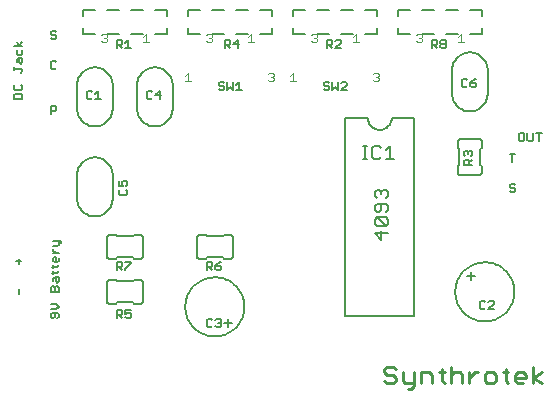
<source format=gto>
G75*
G70*
%OFA0B0*%
%FSLAX24Y24*%
%IPPOS*%
%LPD*%
%AMOC8*
5,1,8,0,0,1.08239X$1,22.5*
%
%ADD10C,0.0050*%
%ADD11C,0.0080*%
%ADD12C,0.0100*%
%ADD13C,0.0060*%
%ADD14C,0.0030*%
%ADD15C,0.0040*%
D10*
X001671Y002725D02*
X001716Y002725D01*
X001761Y002770D01*
X001761Y002905D01*
X001851Y002905D02*
X001671Y002905D01*
X001626Y002860D01*
X001626Y002770D01*
X001671Y002725D01*
X001851Y002725D02*
X001896Y002770D01*
X001896Y002860D01*
X001851Y002905D01*
X001806Y003019D02*
X001896Y003110D01*
X001806Y003200D01*
X001626Y003200D01*
X001626Y003019D02*
X001806Y003019D01*
X001761Y003609D02*
X001761Y003744D01*
X001806Y003789D01*
X001851Y003789D01*
X001896Y003744D01*
X001896Y003609D01*
X001626Y003609D01*
X001626Y003744D01*
X001671Y003789D01*
X001716Y003789D01*
X001761Y003744D01*
X001851Y003903D02*
X001806Y003948D01*
X001806Y004084D01*
X001761Y004084D02*
X001896Y004084D01*
X001896Y003948D01*
X001851Y003903D01*
X001716Y003948D02*
X001716Y004039D01*
X001761Y004084D01*
X001716Y004198D02*
X001716Y004288D01*
X001671Y004243D02*
X001851Y004243D01*
X001896Y004288D01*
X001851Y004439D02*
X001671Y004439D01*
X001716Y004394D02*
X001716Y004485D01*
X001761Y004591D02*
X001716Y004636D01*
X001716Y004726D01*
X001761Y004771D01*
X001806Y004771D01*
X001806Y004591D01*
X001851Y004591D02*
X001761Y004591D01*
X001851Y004591D02*
X001896Y004636D01*
X001896Y004726D01*
X001896Y004886D02*
X001716Y004886D01*
X001806Y004886D02*
X001716Y004976D01*
X001716Y005021D01*
X001716Y005131D02*
X001851Y005131D01*
X001896Y005176D01*
X001896Y005311D01*
X001941Y005311D02*
X001986Y005266D01*
X001986Y005221D01*
X001941Y005311D02*
X001716Y005311D01*
X000651Y004621D02*
X000471Y004621D01*
X000561Y004531D02*
X000561Y004711D01*
X001851Y004439D02*
X001896Y004485D01*
X000561Y003711D02*
X000561Y003531D01*
X003826Y002996D02*
X003826Y002726D01*
X003826Y002816D02*
X003961Y002816D01*
X004006Y002861D01*
X004006Y002951D01*
X003961Y002996D01*
X003826Y002996D01*
X003916Y002816D02*
X004006Y002726D01*
X004120Y002771D02*
X004165Y002726D01*
X004256Y002726D01*
X004301Y002771D01*
X004301Y002861D01*
X004256Y002906D01*
X004210Y002906D01*
X004120Y002861D01*
X004120Y002996D01*
X004301Y002996D01*
X004120Y004326D02*
X004120Y004371D01*
X004301Y004551D01*
X004301Y004596D01*
X004120Y004596D01*
X004006Y004551D02*
X003961Y004596D01*
X003826Y004596D01*
X003826Y004326D01*
X003826Y004416D02*
X003961Y004416D01*
X004006Y004461D01*
X004006Y004551D01*
X003916Y004416D02*
X004006Y004326D01*
X006826Y004326D02*
X006826Y004596D01*
X006961Y004596D01*
X007006Y004551D01*
X007006Y004461D01*
X006961Y004416D01*
X006826Y004416D01*
X006916Y004416D02*
X007006Y004326D01*
X007120Y004371D02*
X007165Y004326D01*
X007256Y004326D01*
X007301Y004371D01*
X007301Y004416D01*
X007256Y004461D01*
X007120Y004461D01*
X007120Y004371D01*
X007120Y004461D02*
X007210Y004551D01*
X007301Y004596D01*
X007256Y002696D02*
X007301Y002651D01*
X007301Y002606D01*
X007256Y002561D01*
X007301Y002516D01*
X007301Y002471D01*
X007256Y002426D01*
X007165Y002426D01*
X007120Y002471D01*
X007006Y002471D02*
X006961Y002426D01*
X006871Y002426D01*
X006826Y002471D01*
X006826Y002651D01*
X006871Y002696D01*
X006961Y002696D01*
X007006Y002651D01*
X007120Y002651D02*
X007165Y002696D01*
X007256Y002696D01*
X007256Y002561D02*
X007210Y002561D01*
X004131Y006826D02*
X004176Y006871D01*
X004176Y006961D01*
X004131Y007006D01*
X004131Y007120D02*
X004176Y007165D01*
X004176Y007256D01*
X004131Y007301D01*
X004041Y007301D01*
X003996Y007256D01*
X003996Y007210D01*
X004041Y007120D01*
X003906Y007120D01*
X003906Y007301D01*
X003951Y007006D02*
X003906Y006961D01*
X003906Y006871D01*
X003951Y006826D01*
X004131Y006826D01*
X001626Y009526D02*
X001626Y009796D01*
X001761Y009796D01*
X001806Y009751D01*
X001806Y009661D01*
X001761Y009616D01*
X001626Y009616D01*
X000676Y010026D02*
X000676Y010161D01*
X000631Y010206D01*
X000451Y010206D01*
X000406Y010161D01*
X000406Y010026D01*
X000676Y010026D01*
X000631Y010320D02*
X000451Y010320D01*
X000406Y010365D01*
X000406Y010456D01*
X000451Y010501D01*
X000631Y010501D02*
X000676Y010456D01*
X000676Y010365D01*
X000631Y010320D01*
X000631Y010910D02*
X000676Y010955D01*
X000676Y011000D01*
X000631Y011045D01*
X000406Y011045D01*
X000406Y011000D02*
X000406Y011090D01*
X000496Y011249D02*
X000496Y011339D01*
X000541Y011384D01*
X000676Y011384D01*
X000676Y011249D01*
X000631Y011204D01*
X000586Y011249D01*
X000586Y011384D01*
X000631Y011499D02*
X000676Y011544D01*
X000676Y011679D01*
X000676Y011794D02*
X000406Y011794D01*
X000496Y011679D02*
X000496Y011544D01*
X000541Y011499D01*
X000631Y011499D01*
X000586Y011794D02*
X000496Y011929D01*
X000586Y011794D02*
X000676Y011929D01*
X001626Y012071D02*
X001671Y012026D01*
X001761Y012026D01*
X001806Y012071D01*
X001806Y012116D01*
X001761Y012161D01*
X001671Y012161D01*
X001626Y012206D01*
X001626Y012251D01*
X001671Y012296D01*
X001761Y012296D01*
X001806Y012251D01*
X002701Y012201D02*
X002701Y012404D01*
X002701Y012201D02*
X003106Y012201D01*
X003499Y012201D02*
X003904Y012201D01*
X003961Y011996D02*
X003826Y011996D01*
X003826Y011726D01*
X003826Y011816D02*
X003961Y011816D01*
X004006Y011861D01*
X004006Y011951D01*
X003961Y011996D01*
X004120Y011906D02*
X004210Y011996D01*
X004210Y011726D01*
X004120Y011726D02*
X004301Y011726D01*
X004006Y011726D02*
X003916Y011816D01*
X004298Y012201D02*
X004702Y012201D01*
X005096Y012201D02*
X005501Y012201D01*
X005501Y012404D01*
X005501Y012798D02*
X005501Y013001D01*
X005096Y013001D01*
X004702Y013001D02*
X004298Y013001D01*
X003904Y013001D02*
X003499Y013001D01*
X003106Y013001D02*
X002701Y013001D01*
X002701Y012798D01*
X001761Y011296D02*
X001671Y011296D01*
X001626Y011251D01*
X001626Y011071D01*
X001671Y011026D01*
X001761Y011026D01*
X001806Y011071D01*
X001806Y011251D02*
X001761Y011296D01*
X002826Y010251D02*
X002826Y010071D01*
X002871Y010026D01*
X002961Y010026D01*
X003006Y010071D01*
X003120Y010026D02*
X003301Y010026D01*
X003210Y010026D02*
X003210Y010296D01*
X003120Y010206D01*
X003006Y010251D02*
X002961Y010296D01*
X002871Y010296D01*
X002826Y010251D01*
X004826Y010251D02*
X004826Y010071D01*
X004871Y010026D01*
X004961Y010026D01*
X005006Y010071D01*
X005120Y010161D02*
X005301Y010161D01*
X005256Y010026D02*
X005256Y010296D01*
X005120Y010161D01*
X005006Y010251D02*
X004961Y010296D01*
X004871Y010296D01*
X004826Y010251D01*
X007226Y010371D02*
X007271Y010326D01*
X007361Y010326D01*
X007406Y010371D01*
X007406Y010416D01*
X007361Y010461D01*
X007271Y010461D01*
X007226Y010506D01*
X007226Y010551D01*
X007271Y010596D01*
X007361Y010596D01*
X007406Y010551D01*
X007520Y010596D02*
X007520Y010326D01*
X007610Y010416D01*
X007701Y010326D01*
X007701Y010596D01*
X007815Y010506D02*
X007905Y010596D01*
X007905Y010326D01*
X007815Y010326D02*
X007995Y010326D01*
X007856Y011726D02*
X007856Y011996D01*
X007720Y011861D01*
X007901Y011861D01*
X007606Y011861D02*
X007606Y011951D01*
X007561Y011996D01*
X007426Y011996D01*
X007426Y011726D01*
X007426Y011816D02*
X007561Y011816D01*
X007606Y011861D01*
X007516Y011816D02*
X007606Y011726D01*
X007798Y012201D02*
X008202Y012201D01*
X008596Y012201D02*
X009001Y012201D01*
X009001Y012404D01*
X009001Y012798D02*
X009001Y013001D01*
X008596Y013001D01*
X008202Y013001D02*
X007798Y013001D01*
X007404Y013001D02*
X006999Y013001D01*
X006606Y013001D02*
X006201Y013001D01*
X006201Y012798D01*
X006201Y012404D02*
X006201Y012201D01*
X006606Y012201D01*
X006999Y012201D02*
X007404Y012201D01*
X009701Y012201D02*
X009701Y012404D01*
X009701Y012201D02*
X010106Y012201D01*
X010499Y012201D02*
X010904Y012201D01*
X010961Y011996D02*
X011006Y011951D01*
X011006Y011861D01*
X010961Y011816D01*
X010826Y011816D01*
X010916Y011816D02*
X011006Y011726D01*
X011120Y011726D02*
X011301Y011906D01*
X011301Y011951D01*
X011256Y011996D01*
X011165Y011996D01*
X011120Y011951D01*
X010961Y011996D02*
X010826Y011996D01*
X010826Y011726D01*
X011120Y011726D02*
X011301Y011726D01*
X011298Y012201D02*
X011702Y012201D01*
X012096Y012201D02*
X012501Y012201D01*
X012501Y012404D01*
X012501Y012798D02*
X012501Y013001D01*
X012096Y013001D01*
X011702Y013001D02*
X011298Y013001D01*
X010904Y013001D02*
X010499Y013001D01*
X010106Y013001D02*
X009701Y013001D01*
X009701Y012798D01*
X013201Y012798D02*
X013201Y013001D01*
X013606Y013001D01*
X013999Y013001D02*
X014404Y013001D01*
X014798Y013001D02*
X015202Y013001D01*
X015596Y013001D02*
X016001Y013001D01*
X016001Y012798D01*
X016001Y012404D02*
X016001Y012201D01*
X015596Y012201D01*
X015202Y012201D02*
X014798Y012201D01*
X014756Y011996D02*
X014665Y011996D01*
X014620Y011951D01*
X014620Y011906D01*
X014665Y011861D01*
X014756Y011861D01*
X014801Y011816D01*
X014801Y011771D01*
X014756Y011726D01*
X014665Y011726D01*
X014620Y011771D01*
X014620Y011816D01*
X014665Y011861D01*
X014756Y011861D02*
X014801Y011906D01*
X014801Y011951D01*
X014756Y011996D01*
X014506Y011951D02*
X014506Y011861D01*
X014461Y011816D01*
X014326Y011816D01*
X014416Y011816D02*
X014506Y011726D01*
X014326Y011726D02*
X014326Y011996D01*
X014461Y011996D01*
X014506Y011951D01*
X014404Y012201D02*
X013999Y012201D01*
X013606Y012201D02*
X013201Y012201D01*
X013201Y012404D01*
X015326Y010651D02*
X015326Y010471D01*
X015371Y010426D01*
X015461Y010426D01*
X015506Y010471D01*
X015620Y010471D02*
X015665Y010426D01*
X015756Y010426D01*
X015801Y010471D01*
X015801Y010516D01*
X015756Y010561D01*
X015620Y010561D01*
X015620Y010471D01*
X015620Y010561D02*
X015710Y010651D01*
X015801Y010696D01*
X015506Y010651D02*
X015461Y010696D01*
X015371Y010696D01*
X015326Y010651D01*
X017226Y008851D02*
X017226Y008671D01*
X017271Y008626D01*
X017361Y008626D01*
X017406Y008671D01*
X017406Y008851D01*
X017361Y008896D01*
X017271Y008896D01*
X017226Y008851D01*
X017520Y008896D02*
X017520Y008671D01*
X017565Y008626D01*
X017656Y008626D01*
X017701Y008671D01*
X017701Y008896D01*
X017815Y008896D02*
X017995Y008896D01*
X017905Y008896D02*
X017905Y008626D01*
X017106Y008196D02*
X016926Y008196D01*
X017016Y008196D02*
X017016Y007926D01*
X016971Y007196D02*
X016926Y007151D01*
X016926Y007106D01*
X016971Y007061D01*
X017061Y007061D01*
X017106Y007016D01*
X017106Y006971D01*
X017061Y006926D01*
X016971Y006926D01*
X016926Y006971D01*
X017106Y007151D02*
X017061Y007196D01*
X016971Y007196D01*
X015676Y007826D02*
X015406Y007826D01*
X015406Y007961D01*
X015451Y008006D01*
X015541Y008006D01*
X015586Y007961D01*
X015586Y007826D01*
X015586Y007916D02*
X015676Y008006D01*
X015631Y008120D02*
X015676Y008165D01*
X015676Y008256D01*
X015631Y008301D01*
X015586Y008301D01*
X015541Y008256D01*
X015541Y008210D01*
X015541Y008256D02*
X015496Y008301D01*
X015451Y008301D01*
X015406Y008256D01*
X015406Y008165D01*
X015451Y008120D01*
X011495Y010326D02*
X011315Y010326D01*
X011495Y010506D01*
X011495Y010551D01*
X011450Y010596D01*
X011360Y010596D01*
X011315Y010551D01*
X011201Y010596D02*
X011201Y010326D01*
X011110Y010416D01*
X011020Y010326D01*
X011020Y010596D01*
X010906Y010551D02*
X010861Y010596D01*
X010771Y010596D01*
X010726Y010551D01*
X010726Y010506D01*
X010771Y010461D01*
X010861Y010461D01*
X010906Y010416D01*
X010906Y010371D01*
X010861Y010326D01*
X010771Y010326D01*
X010726Y010371D01*
X015971Y003296D02*
X015926Y003251D01*
X015926Y003071D01*
X015971Y003026D01*
X016061Y003026D01*
X016106Y003071D01*
X016220Y003026D02*
X016401Y003206D01*
X016401Y003251D01*
X016356Y003296D01*
X016265Y003296D01*
X016220Y003251D01*
X016106Y003251D02*
X016061Y003296D01*
X015971Y003296D01*
X016220Y003026D02*
X016401Y003026D01*
D11*
X012651Y005341D02*
X012651Y005621D01*
X012861Y005551D02*
X012440Y005551D01*
X012651Y005341D01*
X012791Y005801D02*
X012511Y005801D01*
X012440Y005871D01*
X012440Y006011D01*
X012511Y006081D01*
X012791Y005801D01*
X012861Y005871D01*
X012861Y006011D01*
X012791Y006081D01*
X012511Y006081D01*
X012511Y006261D02*
X012581Y006261D01*
X012651Y006332D01*
X012651Y006542D01*
X012791Y006542D02*
X012511Y006542D01*
X012440Y006472D01*
X012440Y006332D01*
X012511Y006261D01*
X012791Y006261D02*
X012861Y006332D01*
X012861Y006472D01*
X012791Y006542D01*
X012791Y006722D02*
X012861Y006792D01*
X012861Y006932D01*
X012791Y007002D01*
X012721Y007002D01*
X012651Y006932D01*
X012651Y006862D01*
X012651Y006932D02*
X012581Y007002D01*
X012511Y007002D01*
X012440Y006932D01*
X012440Y006792D01*
X012511Y006722D01*
X012558Y008041D02*
X012628Y008111D01*
X012558Y008041D02*
X012418Y008041D01*
X012348Y008111D01*
X012348Y008391D01*
X012418Y008461D01*
X012558Y008461D01*
X012628Y008391D01*
X012808Y008321D02*
X012948Y008461D01*
X012948Y008041D01*
X012808Y008041D02*
X013088Y008041D01*
X012181Y008041D02*
X012041Y008041D01*
X012111Y008041D02*
X012111Y008461D01*
X012041Y008461D02*
X012181Y008461D01*
X015010Y010207D02*
X015010Y010994D01*
X016191Y010994D02*
X016191Y010207D01*
X005691Y010494D02*
X005691Y009707D01*
X004510Y009707D02*
X004510Y010494D01*
X003691Y010494D02*
X003691Y009707D01*
X002510Y009707D02*
X002510Y010494D01*
X002510Y007494D02*
X002510Y006707D01*
X003691Y006707D02*
X003691Y007494D01*
D12*
X012751Y001018D02*
X012844Y001111D01*
X013031Y001111D01*
X013124Y001018D01*
X013031Y000831D02*
X013124Y000738D01*
X013124Y000644D01*
X013031Y000551D01*
X012844Y000551D01*
X012751Y000644D01*
X012844Y000831D02*
X013031Y000831D01*
X012844Y000831D02*
X012751Y000924D01*
X012751Y001018D01*
X013359Y000924D02*
X013359Y000644D01*
X013452Y000551D01*
X013732Y000551D01*
X013732Y000457D02*
X013639Y000364D01*
X013545Y000364D01*
X013732Y000457D02*
X013732Y000924D01*
X013966Y000924D02*
X014246Y000924D01*
X014340Y000831D01*
X014340Y000551D01*
X014667Y000644D02*
X014761Y000551D01*
X014667Y000644D02*
X014667Y001018D01*
X014574Y000924D02*
X014761Y000924D01*
X014979Y000831D02*
X015072Y000924D01*
X015259Y000924D01*
X015353Y000831D01*
X015353Y000551D01*
X015587Y000551D02*
X015587Y000924D01*
X015587Y000738D02*
X015774Y000924D01*
X015867Y000924D01*
X016093Y000831D02*
X016093Y000644D01*
X016187Y000551D01*
X016373Y000551D01*
X016467Y000644D01*
X016467Y000831D01*
X016373Y000924D01*
X016187Y000924D01*
X016093Y000831D01*
X016701Y000924D02*
X016888Y000924D01*
X016794Y001018D02*
X016794Y000644D01*
X016888Y000551D01*
X017106Y000644D02*
X017106Y000831D01*
X017199Y000924D01*
X017386Y000924D01*
X017480Y000831D01*
X017480Y000738D01*
X017106Y000738D01*
X017106Y000644D02*
X017199Y000551D01*
X017386Y000551D01*
X017714Y000551D02*
X017714Y001111D01*
X017994Y000924D02*
X017714Y000738D01*
X017994Y000551D01*
X014979Y000551D02*
X014979Y001111D01*
X013966Y000924D02*
X013966Y000551D01*
D13*
X013751Y002801D02*
X011451Y002801D01*
X011451Y009401D01*
X012201Y009401D01*
X012203Y009362D01*
X012209Y009323D01*
X012218Y009285D01*
X012231Y009248D01*
X012248Y009212D01*
X012268Y009179D01*
X012292Y009147D01*
X012318Y009118D01*
X012347Y009092D01*
X012379Y009068D01*
X012412Y009048D01*
X012448Y009031D01*
X012485Y009018D01*
X012523Y009009D01*
X012562Y009003D01*
X012601Y009001D01*
X012640Y009003D01*
X012679Y009009D01*
X012717Y009018D01*
X012754Y009031D01*
X012790Y009048D01*
X012823Y009068D01*
X012855Y009092D01*
X012884Y009118D01*
X012910Y009147D01*
X012934Y009179D01*
X012954Y009212D01*
X012971Y009248D01*
X012984Y009285D01*
X012993Y009323D01*
X012999Y009362D01*
X013001Y009401D01*
X013751Y009401D01*
X013751Y002801D01*
X015521Y004141D02*
X015781Y004141D01*
X015651Y004261D02*
X015651Y004011D01*
X015117Y003601D02*
X015119Y003663D01*
X015125Y003726D01*
X015135Y003787D01*
X015149Y003848D01*
X015166Y003908D01*
X015187Y003967D01*
X015213Y004024D01*
X015241Y004079D01*
X015273Y004133D01*
X015309Y004184D01*
X015347Y004234D01*
X015389Y004280D01*
X015433Y004324D01*
X015481Y004365D01*
X015530Y004403D01*
X015582Y004437D01*
X015636Y004468D01*
X015692Y004496D01*
X015750Y004520D01*
X015809Y004541D01*
X015869Y004557D01*
X015930Y004570D01*
X015992Y004579D01*
X016054Y004584D01*
X016117Y004585D01*
X016179Y004582D01*
X016241Y004575D01*
X016303Y004564D01*
X016363Y004549D01*
X016423Y004531D01*
X016481Y004509D01*
X016538Y004483D01*
X016593Y004453D01*
X016646Y004420D01*
X016697Y004384D01*
X016745Y004345D01*
X016791Y004302D01*
X016834Y004257D01*
X016874Y004209D01*
X016911Y004159D01*
X016945Y004106D01*
X016976Y004052D01*
X017002Y003996D01*
X017026Y003938D01*
X017045Y003878D01*
X017061Y003818D01*
X017073Y003756D01*
X017081Y003695D01*
X017085Y003632D01*
X017085Y003570D01*
X017081Y003507D01*
X017073Y003446D01*
X017061Y003384D01*
X017045Y003324D01*
X017026Y003264D01*
X017002Y003206D01*
X016976Y003150D01*
X016945Y003096D01*
X016911Y003043D01*
X016874Y002993D01*
X016834Y002945D01*
X016791Y002900D01*
X016745Y002857D01*
X016697Y002818D01*
X016646Y002782D01*
X016593Y002749D01*
X016538Y002719D01*
X016481Y002693D01*
X016423Y002671D01*
X016363Y002653D01*
X016303Y002638D01*
X016241Y002627D01*
X016179Y002620D01*
X016117Y002617D01*
X016054Y002618D01*
X015992Y002623D01*
X015930Y002632D01*
X015869Y002645D01*
X015809Y002661D01*
X015750Y002682D01*
X015692Y002706D01*
X015636Y002734D01*
X015582Y002765D01*
X015530Y002799D01*
X015481Y002837D01*
X015433Y002878D01*
X015389Y002922D01*
X015347Y002968D01*
X015309Y003018D01*
X015273Y003069D01*
X015241Y003123D01*
X015213Y003178D01*
X015187Y003235D01*
X015166Y003294D01*
X015149Y003354D01*
X015135Y003415D01*
X015125Y003476D01*
X015119Y003539D01*
X015117Y003601D01*
X015301Y007494D02*
X015901Y007494D01*
X015918Y007496D01*
X015935Y007500D01*
X015951Y007507D01*
X015965Y007517D01*
X015978Y007530D01*
X015988Y007544D01*
X015995Y007560D01*
X015999Y007577D01*
X016001Y007594D01*
X016001Y007794D01*
X015951Y007844D01*
X015951Y008357D01*
X016001Y008407D01*
X016001Y008607D01*
X015999Y008624D01*
X015995Y008641D01*
X015988Y008657D01*
X015978Y008671D01*
X015965Y008684D01*
X015951Y008694D01*
X015935Y008701D01*
X015918Y008705D01*
X015901Y008707D01*
X015301Y008707D01*
X015284Y008705D01*
X015267Y008701D01*
X015251Y008694D01*
X015237Y008684D01*
X015224Y008671D01*
X015214Y008657D01*
X015207Y008641D01*
X015203Y008624D01*
X015201Y008607D01*
X015201Y008407D01*
X015251Y008357D01*
X015251Y007844D01*
X015201Y007794D01*
X015201Y007594D01*
X015203Y007577D01*
X015207Y007560D01*
X015214Y007544D01*
X015224Y007530D01*
X015237Y007517D01*
X015251Y007507D01*
X015267Y007500D01*
X015284Y007496D01*
X015301Y007494D01*
X015601Y009616D02*
X015647Y009618D01*
X015693Y009623D01*
X015739Y009632D01*
X015784Y009645D01*
X015827Y009661D01*
X015869Y009680D01*
X015910Y009703D01*
X015948Y009729D01*
X015985Y009758D01*
X016019Y009789D01*
X016050Y009823D01*
X016079Y009860D01*
X016105Y009898D01*
X016128Y009939D01*
X016147Y009981D01*
X016163Y010024D01*
X016176Y010069D01*
X016185Y010115D01*
X016190Y010161D01*
X016192Y010207D01*
X015601Y009616D02*
X015555Y009618D01*
X015509Y009623D01*
X015463Y009632D01*
X015418Y009645D01*
X015375Y009661D01*
X015333Y009680D01*
X015292Y009703D01*
X015254Y009729D01*
X015217Y009758D01*
X015183Y009789D01*
X015152Y009823D01*
X015123Y009860D01*
X015097Y009898D01*
X015074Y009939D01*
X015055Y009981D01*
X015039Y010024D01*
X015026Y010069D01*
X015017Y010115D01*
X015012Y010161D01*
X015010Y010207D01*
X016192Y010994D02*
X016190Y011040D01*
X016185Y011086D01*
X016176Y011132D01*
X016163Y011177D01*
X016147Y011220D01*
X016128Y011262D01*
X016105Y011303D01*
X016079Y011341D01*
X016050Y011378D01*
X016019Y011412D01*
X015985Y011443D01*
X015948Y011472D01*
X015910Y011498D01*
X015869Y011521D01*
X015827Y011540D01*
X015784Y011556D01*
X015739Y011569D01*
X015693Y011578D01*
X015647Y011583D01*
X015601Y011585D01*
X015555Y011583D01*
X015509Y011578D01*
X015463Y011569D01*
X015418Y011556D01*
X015375Y011540D01*
X015333Y011521D01*
X015292Y011498D01*
X015254Y011472D01*
X015217Y011443D01*
X015183Y011412D01*
X015152Y011378D01*
X015123Y011341D01*
X015097Y011303D01*
X015074Y011262D01*
X015055Y011220D01*
X015039Y011177D01*
X015026Y011132D01*
X015017Y011086D01*
X015012Y011040D01*
X015010Y010994D01*
X007707Y005401D02*
X007707Y004801D01*
X007705Y004784D01*
X007701Y004767D01*
X007694Y004751D01*
X007684Y004737D01*
X007671Y004724D01*
X007657Y004714D01*
X007641Y004707D01*
X007624Y004703D01*
X007607Y004701D01*
X007407Y004701D01*
X007357Y004751D01*
X006844Y004751D01*
X006794Y004701D01*
X006594Y004701D01*
X006577Y004703D01*
X006560Y004707D01*
X006544Y004714D01*
X006530Y004724D01*
X006517Y004737D01*
X006507Y004751D01*
X006500Y004767D01*
X006496Y004784D01*
X006494Y004801D01*
X006494Y005401D01*
X006496Y005418D01*
X006500Y005435D01*
X006507Y005451D01*
X006517Y005465D01*
X006530Y005478D01*
X006544Y005488D01*
X006560Y005495D01*
X006577Y005499D01*
X006594Y005501D01*
X006794Y005501D01*
X006844Y005451D01*
X007357Y005451D01*
X007407Y005501D01*
X007607Y005501D01*
X007624Y005499D01*
X007641Y005495D01*
X007657Y005488D01*
X007671Y005478D01*
X007684Y005465D01*
X007694Y005451D01*
X007701Y005435D01*
X007705Y005418D01*
X007707Y005401D01*
X004707Y005401D02*
X004707Y004801D01*
X004705Y004784D01*
X004701Y004767D01*
X004694Y004751D01*
X004684Y004737D01*
X004671Y004724D01*
X004657Y004714D01*
X004641Y004707D01*
X004624Y004703D01*
X004607Y004701D01*
X004407Y004701D01*
X004357Y004751D01*
X003844Y004751D01*
X003794Y004701D01*
X003594Y004701D01*
X003577Y004703D01*
X003560Y004707D01*
X003544Y004714D01*
X003530Y004724D01*
X003517Y004737D01*
X003507Y004751D01*
X003500Y004767D01*
X003496Y004784D01*
X003494Y004801D01*
X003494Y005401D01*
X003496Y005418D01*
X003500Y005435D01*
X003507Y005451D01*
X003517Y005465D01*
X003530Y005478D01*
X003544Y005488D01*
X003560Y005495D01*
X003577Y005499D01*
X003594Y005501D01*
X003794Y005501D01*
X003844Y005451D01*
X004357Y005451D01*
X004407Y005501D01*
X004607Y005501D01*
X004624Y005499D01*
X004641Y005495D01*
X004657Y005488D01*
X004671Y005478D01*
X004684Y005465D01*
X004694Y005451D01*
X004701Y005435D01*
X004705Y005418D01*
X004707Y005401D01*
X003692Y006707D02*
X003690Y006661D01*
X003685Y006615D01*
X003676Y006569D01*
X003663Y006524D01*
X003647Y006481D01*
X003628Y006439D01*
X003605Y006398D01*
X003579Y006360D01*
X003550Y006323D01*
X003519Y006289D01*
X003485Y006258D01*
X003448Y006229D01*
X003410Y006203D01*
X003369Y006180D01*
X003327Y006161D01*
X003284Y006145D01*
X003239Y006132D01*
X003193Y006123D01*
X003147Y006118D01*
X003101Y006116D01*
X003055Y006118D01*
X003009Y006123D01*
X002963Y006132D01*
X002918Y006145D01*
X002875Y006161D01*
X002833Y006180D01*
X002792Y006203D01*
X002754Y006229D01*
X002717Y006258D01*
X002683Y006289D01*
X002652Y006323D01*
X002623Y006360D01*
X002597Y006398D01*
X002574Y006439D01*
X002555Y006481D01*
X002539Y006524D01*
X002526Y006569D01*
X002517Y006615D01*
X002512Y006661D01*
X002510Y006707D01*
X003692Y007494D02*
X003690Y007540D01*
X003685Y007586D01*
X003676Y007632D01*
X003663Y007677D01*
X003647Y007720D01*
X003628Y007762D01*
X003605Y007803D01*
X003579Y007841D01*
X003550Y007878D01*
X003519Y007912D01*
X003485Y007943D01*
X003448Y007972D01*
X003410Y007998D01*
X003369Y008021D01*
X003327Y008040D01*
X003284Y008056D01*
X003239Y008069D01*
X003193Y008078D01*
X003147Y008083D01*
X003101Y008085D01*
X003055Y008083D01*
X003009Y008078D01*
X002963Y008069D01*
X002918Y008056D01*
X002875Y008040D01*
X002833Y008021D01*
X002792Y007998D01*
X002754Y007972D01*
X002717Y007943D01*
X002683Y007912D01*
X002652Y007878D01*
X002623Y007841D01*
X002597Y007803D01*
X002574Y007762D01*
X002555Y007720D01*
X002539Y007677D01*
X002526Y007632D01*
X002517Y007586D01*
X002512Y007540D01*
X002510Y007494D01*
X003101Y009116D02*
X003147Y009118D01*
X003193Y009123D01*
X003239Y009132D01*
X003284Y009145D01*
X003327Y009161D01*
X003369Y009180D01*
X003410Y009203D01*
X003448Y009229D01*
X003485Y009258D01*
X003519Y009289D01*
X003550Y009323D01*
X003579Y009360D01*
X003605Y009398D01*
X003628Y009439D01*
X003647Y009481D01*
X003663Y009524D01*
X003676Y009569D01*
X003685Y009615D01*
X003690Y009661D01*
X003692Y009707D01*
X003101Y009116D02*
X003055Y009118D01*
X003009Y009123D01*
X002963Y009132D01*
X002918Y009145D01*
X002875Y009161D01*
X002833Y009180D01*
X002792Y009203D01*
X002754Y009229D01*
X002717Y009258D01*
X002683Y009289D01*
X002652Y009323D01*
X002623Y009360D01*
X002597Y009398D01*
X002574Y009439D01*
X002555Y009481D01*
X002539Y009524D01*
X002526Y009569D01*
X002517Y009615D01*
X002512Y009661D01*
X002510Y009707D01*
X003692Y010494D02*
X003690Y010540D01*
X003685Y010586D01*
X003676Y010632D01*
X003663Y010677D01*
X003647Y010720D01*
X003628Y010762D01*
X003605Y010803D01*
X003579Y010841D01*
X003550Y010878D01*
X003519Y010912D01*
X003485Y010943D01*
X003448Y010972D01*
X003410Y010998D01*
X003369Y011021D01*
X003327Y011040D01*
X003284Y011056D01*
X003239Y011069D01*
X003193Y011078D01*
X003147Y011083D01*
X003101Y011085D01*
X003055Y011083D01*
X003009Y011078D01*
X002963Y011069D01*
X002918Y011056D01*
X002875Y011040D01*
X002833Y011021D01*
X002792Y010998D01*
X002754Y010972D01*
X002717Y010943D01*
X002683Y010912D01*
X002652Y010878D01*
X002623Y010841D01*
X002597Y010803D01*
X002574Y010762D01*
X002555Y010720D01*
X002539Y010677D01*
X002526Y010632D01*
X002517Y010586D01*
X002512Y010540D01*
X002510Y010494D01*
X004510Y010494D02*
X004512Y010540D01*
X004517Y010586D01*
X004526Y010632D01*
X004539Y010677D01*
X004555Y010720D01*
X004574Y010762D01*
X004597Y010803D01*
X004623Y010841D01*
X004652Y010878D01*
X004683Y010912D01*
X004717Y010943D01*
X004754Y010972D01*
X004792Y010998D01*
X004833Y011021D01*
X004875Y011040D01*
X004918Y011056D01*
X004963Y011069D01*
X005009Y011078D01*
X005055Y011083D01*
X005101Y011085D01*
X005147Y011083D01*
X005193Y011078D01*
X005239Y011069D01*
X005284Y011056D01*
X005327Y011040D01*
X005369Y011021D01*
X005410Y010998D01*
X005448Y010972D01*
X005485Y010943D01*
X005519Y010912D01*
X005550Y010878D01*
X005579Y010841D01*
X005605Y010803D01*
X005628Y010762D01*
X005647Y010720D01*
X005663Y010677D01*
X005676Y010632D01*
X005685Y010586D01*
X005690Y010540D01*
X005692Y010494D01*
X004510Y009707D02*
X004512Y009661D01*
X004517Y009615D01*
X004526Y009569D01*
X004539Y009524D01*
X004555Y009481D01*
X004574Y009439D01*
X004597Y009398D01*
X004623Y009360D01*
X004652Y009323D01*
X004683Y009289D01*
X004717Y009258D01*
X004754Y009229D01*
X004792Y009203D01*
X004833Y009180D01*
X004875Y009161D01*
X004918Y009145D01*
X004963Y009132D01*
X005009Y009123D01*
X005055Y009118D01*
X005101Y009116D01*
X005147Y009118D01*
X005193Y009123D01*
X005239Y009132D01*
X005284Y009145D01*
X005327Y009161D01*
X005369Y009180D01*
X005410Y009203D01*
X005448Y009229D01*
X005485Y009258D01*
X005519Y009289D01*
X005550Y009323D01*
X005579Y009360D01*
X005605Y009398D01*
X005628Y009439D01*
X005647Y009481D01*
X005663Y009524D01*
X005676Y009569D01*
X005685Y009615D01*
X005690Y009661D01*
X005692Y009707D01*
X004607Y004001D02*
X004407Y004001D01*
X004357Y003951D01*
X003844Y003951D01*
X003794Y004001D01*
X003594Y004001D01*
X003577Y003999D01*
X003560Y003995D01*
X003544Y003988D01*
X003530Y003978D01*
X003517Y003965D01*
X003507Y003951D01*
X003500Y003935D01*
X003496Y003918D01*
X003494Y003901D01*
X003494Y003301D01*
X003496Y003284D01*
X003500Y003267D01*
X003507Y003251D01*
X003517Y003237D01*
X003530Y003224D01*
X003544Y003214D01*
X003560Y003207D01*
X003577Y003203D01*
X003594Y003201D01*
X003794Y003201D01*
X003844Y003251D01*
X004357Y003251D01*
X004407Y003201D01*
X004607Y003201D01*
X004624Y003203D01*
X004641Y003207D01*
X004657Y003214D01*
X004671Y003224D01*
X004684Y003237D01*
X004694Y003251D01*
X004701Y003267D01*
X004705Y003284D01*
X004707Y003301D01*
X004707Y003901D01*
X004705Y003918D01*
X004701Y003935D01*
X004694Y003951D01*
X004684Y003965D01*
X004671Y003978D01*
X004657Y003988D01*
X004641Y003995D01*
X004624Y003999D01*
X004607Y004001D01*
X006117Y003101D02*
X006119Y003163D01*
X006125Y003226D01*
X006135Y003287D01*
X006149Y003348D01*
X006166Y003408D01*
X006187Y003467D01*
X006213Y003524D01*
X006241Y003579D01*
X006273Y003633D01*
X006309Y003684D01*
X006347Y003734D01*
X006389Y003780D01*
X006433Y003824D01*
X006481Y003865D01*
X006530Y003903D01*
X006582Y003937D01*
X006636Y003968D01*
X006692Y003996D01*
X006750Y004020D01*
X006809Y004041D01*
X006869Y004057D01*
X006930Y004070D01*
X006992Y004079D01*
X007054Y004084D01*
X007117Y004085D01*
X007179Y004082D01*
X007241Y004075D01*
X007303Y004064D01*
X007363Y004049D01*
X007423Y004031D01*
X007481Y004009D01*
X007538Y003983D01*
X007593Y003953D01*
X007646Y003920D01*
X007697Y003884D01*
X007745Y003845D01*
X007791Y003802D01*
X007834Y003757D01*
X007874Y003709D01*
X007911Y003659D01*
X007945Y003606D01*
X007976Y003552D01*
X008002Y003496D01*
X008026Y003438D01*
X008045Y003378D01*
X008061Y003318D01*
X008073Y003256D01*
X008081Y003195D01*
X008085Y003132D01*
X008085Y003070D01*
X008081Y003007D01*
X008073Y002946D01*
X008061Y002884D01*
X008045Y002824D01*
X008026Y002764D01*
X008002Y002706D01*
X007976Y002650D01*
X007945Y002596D01*
X007911Y002543D01*
X007874Y002493D01*
X007834Y002445D01*
X007791Y002400D01*
X007745Y002357D01*
X007697Y002318D01*
X007646Y002282D01*
X007593Y002249D01*
X007538Y002219D01*
X007481Y002193D01*
X007423Y002171D01*
X007363Y002153D01*
X007303Y002138D01*
X007241Y002127D01*
X007179Y002120D01*
X007117Y002117D01*
X007054Y002118D01*
X006992Y002123D01*
X006930Y002132D01*
X006869Y002145D01*
X006809Y002161D01*
X006750Y002182D01*
X006692Y002206D01*
X006636Y002234D01*
X006582Y002265D01*
X006530Y002299D01*
X006481Y002337D01*
X006433Y002378D01*
X006389Y002422D01*
X006347Y002468D01*
X006309Y002518D01*
X006273Y002569D01*
X006241Y002623D01*
X006213Y002678D01*
X006187Y002735D01*
X006166Y002794D01*
X006149Y002854D01*
X006135Y002915D01*
X006125Y002976D01*
X006119Y003039D01*
X006117Y003101D01*
X007421Y002561D02*
X007681Y002561D01*
X007551Y002441D02*
X007551Y002691D01*
D14*
X006961Y011916D02*
X006864Y011916D01*
X006816Y011964D01*
X006913Y012061D02*
X006961Y012061D01*
X007009Y012013D01*
X007009Y011964D01*
X006961Y011916D01*
X006961Y012061D02*
X007009Y012109D01*
X007009Y012158D01*
X006961Y012206D01*
X006864Y012206D01*
X006816Y012158D01*
X008216Y012109D02*
X008313Y012206D01*
X008313Y011916D01*
X008409Y011916D02*
X008216Y011916D01*
X010316Y011964D02*
X010364Y011916D01*
X010461Y011916D01*
X010509Y011964D01*
X010509Y012013D01*
X010461Y012061D01*
X010413Y012061D01*
X010461Y012061D02*
X010509Y012109D01*
X010509Y012158D01*
X010461Y012206D01*
X010364Y012206D01*
X010316Y012158D01*
X011716Y012109D02*
X011813Y012206D01*
X011813Y011916D01*
X011909Y011916D02*
X011716Y011916D01*
X013816Y011964D02*
X013864Y011916D01*
X013961Y011916D01*
X014009Y011964D01*
X014009Y012013D01*
X013961Y012061D01*
X013913Y012061D01*
X013961Y012061D02*
X014009Y012109D01*
X014009Y012158D01*
X013961Y012206D01*
X013864Y012206D01*
X013816Y012158D01*
X015216Y012109D02*
X015313Y012206D01*
X015313Y011916D01*
X015409Y011916D02*
X015216Y011916D01*
X004909Y011916D02*
X004716Y011916D01*
X004813Y011916D02*
X004813Y012206D01*
X004716Y012109D01*
X003509Y012109D02*
X003461Y012061D01*
X003509Y012013D01*
X003509Y011964D01*
X003461Y011916D01*
X003364Y011916D01*
X003316Y011964D01*
X003413Y012061D02*
X003461Y012061D01*
X003509Y012109D02*
X003509Y012158D01*
X003461Y012206D01*
X003364Y012206D01*
X003316Y012158D01*
D15*
X006121Y010808D02*
X006214Y010901D01*
X006214Y010621D01*
X006121Y010621D02*
X006308Y010621D01*
X008871Y010667D02*
X008917Y010621D01*
X009011Y010621D01*
X009058Y010667D01*
X009058Y010714D01*
X009011Y010761D01*
X008964Y010761D01*
X009011Y010761D02*
X009058Y010808D01*
X009058Y010854D01*
X009011Y010901D01*
X008917Y010901D01*
X008871Y010854D01*
X009621Y010808D02*
X009714Y010901D01*
X009714Y010621D01*
X009621Y010621D02*
X009808Y010621D01*
X012371Y010667D02*
X012417Y010621D01*
X012511Y010621D01*
X012558Y010667D01*
X012558Y010714D01*
X012511Y010761D01*
X012464Y010761D01*
X012511Y010761D02*
X012558Y010808D01*
X012558Y010854D01*
X012511Y010901D01*
X012417Y010901D01*
X012371Y010854D01*
M02*

</source>
